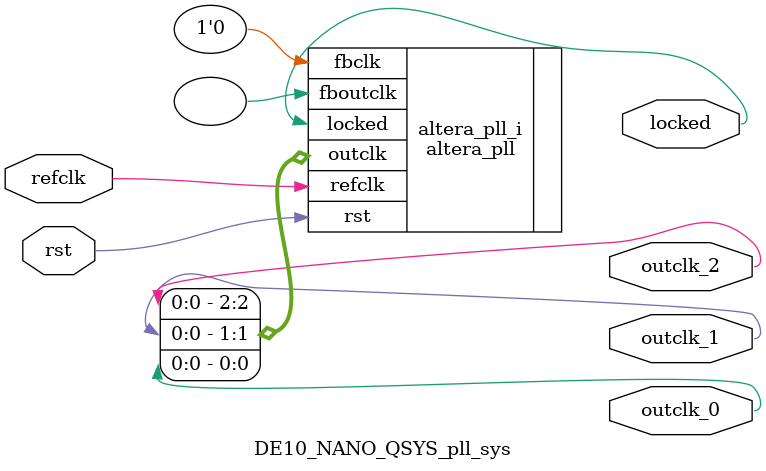
<source format=v>
`timescale 1ns/10ps
module  DE10_NANO_QSYS_pll_sys(

	// interface 'refclk'
	input wire refclk,

	// interface 'reset'
	input wire rst,

	// interface 'outclk0'
	output wire outclk_0,

	// interface 'outclk1'
	output wire outclk_1,

	// interface 'outclk2'
	output wire outclk_2,

	// interface 'locked'
	output wire locked
);

	altera_pll #(
		.fractional_vco_multiplier("false"),
		.reference_clock_frequency("50.0 MHz"),
		.operation_mode("normal"),
		.number_of_clocks(3),
		.output_clock_frequency0("100.000000 MHz"),
		.phase_shift0("0 ps"),
		.duty_cycle0(50),
		.output_clock_frequency1("40.000000 MHz"),
		.phase_shift1("0 ps"),
		.duty_cycle1(50),
		.output_clock_frequency2("200.000000 MHz"),
		.phase_shift2("0 ps"),
		.duty_cycle2(50),
		.output_clock_frequency3("0 MHz"),
		.phase_shift3("0 ps"),
		.duty_cycle3(50),
		.output_clock_frequency4("0 MHz"),
		.phase_shift4("0 ps"),
		.duty_cycle4(50),
		.output_clock_frequency5("0 MHz"),
		.phase_shift5("0 ps"),
		.duty_cycle5(50),
		.output_clock_frequency6("0 MHz"),
		.phase_shift6("0 ps"),
		.duty_cycle6(50),
		.output_clock_frequency7("0 MHz"),
		.phase_shift7("0 ps"),
		.duty_cycle7(50),
		.output_clock_frequency8("0 MHz"),
		.phase_shift8("0 ps"),
		.duty_cycle8(50),
		.output_clock_frequency9("0 MHz"),
		.phase_shift9("0 ps"),
		.duty_cycle9(50),
		.output_clock_frequency10("0 MHz"),
		.phase_shift10("0 ps"),
		.duty_cycle10(50),
		.output_clock_frequency11("0 MHz"),
		.phase_shift11("0 ps"),
		.duty_cycle11(50),
		.output_clock_frequency12("0 MHz"),
		.phase_shift12("0 ps"),
		.duty_cycle12(50),
		.output_clock_frequency13("0 MHz"),
		.phase_shift13("0 ps"),
		.duty_cycle13(50),
		.output_clock_frequency14("0 MHz"),
		.phase_shift14("0 ps"),
		.duty_cycle14(50),
		.output_clock_frequency15("0 MHz"),
		.phase_shift15("0 ps"),
		.duty_cycle15(50),
		.output_clock_frequency16("0 MHz"),
		.phase_shift16("0 ps"),
		.duty_cycle16(50),
		.output_clock_frequency17("0 MHz"),
		.phase_shift17("0 ps"),
		.duty_cycle17(50),
		.pll_type("General"),
		.pll_subtype("General")
	) altera_pll_i (
		.rst	(rst),
		.outclk	({outclk_2, outclk_1, outclk_0}),
		.locked	(locked),
		.fboutclk	( ),
		.fbclk	(1'b0),
		.refclk	(refclk)
	);
endmodule


</source>
